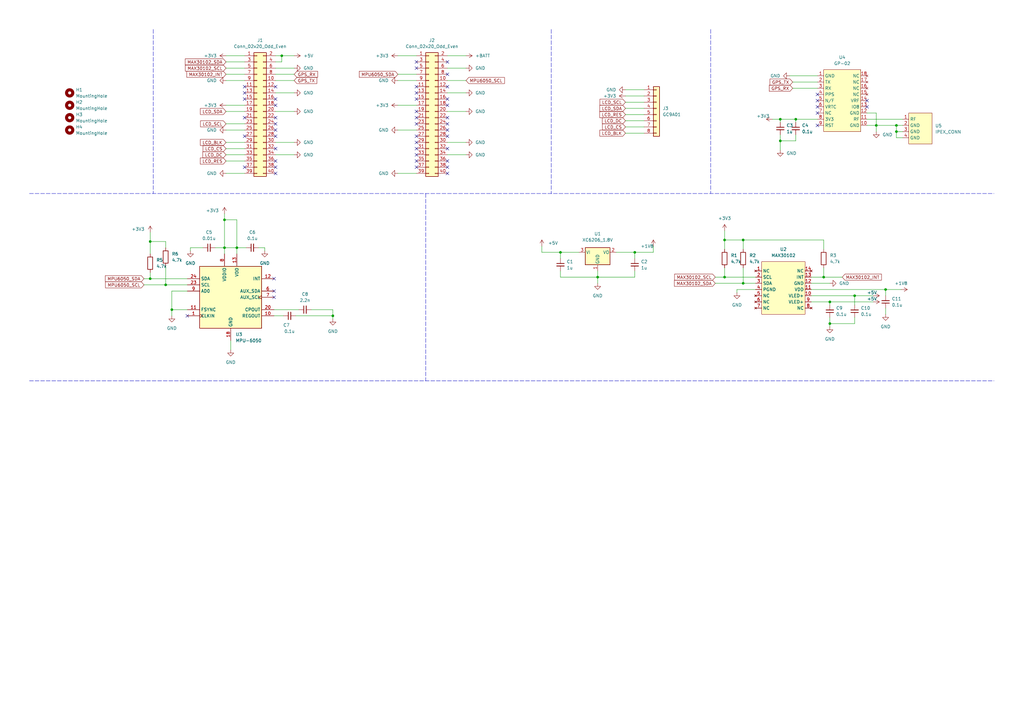
<source format=kicad_sch>
(kicad_sch (version 20211123) (generator eeschema)
  (paper "A3")
  (lib_symbols
    (symbol "Connector_Generic:Conn_01x08" (pin_names (offset 1.016) hide)
      (property "Reference" "J" (at 0 10.16 0))
      (property "Value" "Conn_01x08" (at 0 -12.7 0))
      (symbol "Conn_01x08_1_1"
        (rectangle (start -1.27 -10.033) (end 0 -10.287) (stroke (width 0.1524)))
        (rectangle (start -1.27 -7.493) (end 0 -7.747) (stroke (width 0.1524)))
        (rectangle (start -1.27 -4.953) (end 0 -5.207) (stroke (width 0.1524)))
        (rectangle (start -1.27 -2.413) (end 0 -2.667) (stroke (width 0.1524)))
        (rectangle (start -1.27 0.127) (end 0 -0.127) (stroke (width 0.1524)))
        (rectangle (start -1.27 2.667) (end 0 2.413) (stroke (width 0.1524)))
        (rectangle (start -1.27 5.207) (end 0 4.953) (stroke (width 0.1524)))
        (rectangle (start -1.27 7.747) (end 0 7.493) (stroke (width 0.1524)))
        (rectangle (start -1.27 8.89) (end 1.27 -11.43) (stroke (width 0.254)) (fill (type background)))
        (pin passive line (at -5.08 7.62 0) (length 3.81) (name "Pin_1") (number "1"))
        (pin passive line (at -5.08 5.08 0) (length 3.81) (name "Pin_2") (number "2"))
        (pin passive line (at -5.08 2.54 0) (length 3.81) (name "Pin_3") (number "3"))
        (pin passive line (at -5.08 0 0) (length 3.81) (name "Pin_4") (number "4"))
        (pin passive line (at -5.08 -2.54 0) (length 3.81) (name "Pin_5") (number "5"))
        (pin passive line (at -5.08 -5.08 0) (length 3.81) (name "Pin_6") (number "6"))
        (pin passive line (at -5.08 -7.62 0) (length 3.81) (name "Pin_7") (number "7"))
        (pin passive line (at -5.08 -10.16 0) (length 3.81) (name "Pin_8") (number "8"))
      )
    )
    (symbol "Connector_Generic:Conn_02x20_Odd_Even" (pin_names (offset 1.016) hide)
      (property "Reference" "J" (at 1.27 25.4 0))
      (property "Value" "Conn_02x20_Odd_Even" (at 1.27 -27.94 0))
      (symbol "Conn_02x20_Odd_Even_1_1"
        (rectangle (start -1.27 -25.273) (end 0 -25.527) (stroke (width 0.1524)))
        (rectangle (start -1.27 -22.733) (end 0 -22.987) (stroke (width 0.1524)))
        (rectangle (start -1.27 -20.193) (end 0 -20.447) (stroke (width 0.1524)))
        (rectangle (start -1.27 -17.653) (end 0 -17.907) (stroke (width 0.1524)))
        (rectangle (start -1.27 -15.113) (end 0 -15.367) (stroke (width 0.1524)))
        (rectangle (start -1.27 -12.573) (end 0 -12.827) (stroke (width 0.1524)))
        (rectangle (start -1.27 -10.033) (end 0 -10.287) (stroke (width 0.1524)))
        (rectangle (start -1.27 -7.493) (end 0 -7.747) (stroke (width 0.1524)))
        (rectangle (start -1.27 -4.953) (end 0 -5.207) (stroke (width 0.1524)))
        (rectangle (start -1.27 -2.413) (end 0 -2.667) (stroke (width 0.1524)))
        (rectangle (start -1.27 0.127) (end 0 -0.127) (stroke (width 0.1524)))
        (rectangle (start -1.27 2.667) (end 0 2.413) (stroke (width 0.1524)))
        (rectangle (start -1.27 5.207) (end 0 4.953) (stroke (width 0.1524)))
        (rectangle (start -1.27 7.747) (end 0 7.493) (stroke (width 0.1524)))
        (rectangle (start -1.27 10.287) (end 0 10.033) (stroke (width 0.1524)))
        (rectangle (start -1.27 12.827) (end 0 12.573) (stroke (width 0.1524)))
        (rectangle (start -1.27 15.367) (end 0 15.113) (stroke (width 0.1524)))
        (rectangle (start -1.27 17.907) (end 0 17.653) (stroke (width 0.1524)))
        (rectangle (start -1.27 20.447) (end 0 20.193) (stroke (width 0.1524)))
        (rectangle (start -1.27 22.987) (end 0 22.733) (stroke (width 0.1524)))
        (rectangle (start -1.27 24.13) (end 3.81 -26.67) (stroke (width 0.254)) (fill (type background)))
        (rectangle (start 3.81 -25.273) (end 2.54 -25.527) (stroke (width 0.1524)))
        (rectangle (start 3.81 -22.733) (end 2.54 -22.987) (stroke (width 0.1524)))
        (rectangle (start 3.81 -20.193) (end 2.54 -20.447) (stroke (width 0.1524)))
        (rectangle (start 3.81 -17.653) (end 2.54 -17.907) (stroke (width 0.1524)))
        (rectangle (start 3.81 -15.113) (end 2.54 -15.367) (stroke (width 0.1524)))
        (rectangle (start 3.81 -12.573) (end 2.54 -12.827) (stroke (width 0.1524)))
        (rectangle (start 3.81 -10.033) (end 2.54 -10.287) (stroke (width 0.1524)))
        (rectangle (start 3.81 -7.493) (end 2.54 -7.747) (stroke (width 0.1524)))
        (rectangle (start 3.81 -4.953) (end 2.54 -5.207) (stroke (width 0.1524)))
        (rectangle (start 3.81 -2.413) (end 2.54 -2.667) (stroke (width 0.1524)))
        (rectangle (start 3.81 0.127) (end 2.54 -0.127) (stroke (width 0.1524)))
        (rectangle (start 3.81 2.667) (end 2.54 2.413) (stroke (width 0.1524)))
        (rectangle (start 3.81 5.207) (end 2.54 4.953) (stroke (width 0.1524)))
        (rectangle (start 3.81 7.747) (end 2.54 7.493) (stroke (width 0.1524)))
        (rectangle (start 3.81 10.287) (end 2.54 10.033) (stroke (width 0.1524)))
        (rectangle (start 3.81 12.827) (end 2.54 12.573) (stroke (width 0.1524)))
        (rectangle (start 3.81 15.367) (end 2.54 15.113) (stroke (width 0.1524)))
        (rectangle (start 3.81 17.907) (end 2.54 17.653) (stroke (width 0.1524)))
        (rectangle (start 3.81 20.447) (end 2.54 20.193) (stroke (width 0.1524)))
        (rectangle (start 3.81 22.987) (end 2.54 22.733) (stroke (width 0.1524)))
        (pin passive line (at -5.08 22.86 0) (length 3.81) (name "Pin_1") (number "1"))
        (pin passive line (at 7.62 12.7 180) (length 3.81) (name "Pin_10") (number "10"))
        (pin passive line (at -5.08 10.16 0) (length 3.81) (name "Pin_11") (number "11"))
        (pin passive line (at 7.62 10.16 180) (length 3.81) (name "Pin_12") (number "12"))
        (pin passive line (at -5.08 7.62 0) (length 3.81) (name "Pin_13") (number "13"))
        (pin passive line (at 7.62 7.62 180) (length 3.81) (name "Pin_14") (number "14"))
        (pin passive line (at -5.08 5.08 0) (length 3.81) (name "Pin_15") (number "15"))
        (pin passive line (at 7.62 5.08 180) (length 3.81) (name "Pin_16") (number "16"))
        (pin passive line (at -5.08 2.54 0) (length 3.81) (name "Pin_17") (number "17"))
        (pin passive line (at 7.62 2.54 180) (length 3.81) (name "Pin_18") (number "18"))
        (pin passive line (at -5.08 0 0) (length 3.81) (name "Pin_19") (number "19"))
        (pin passive line (at 7.62 22.86 180) (length 3.81) (name "Pin_2") (number "2"))
        (pin passive line (at 7.62 0 180) (length 3.81) (name "Pin_20") (number "20"))
        (pin passive line (at -5.08 -2.54 0) (length 3.81) (name "Pin_21") (number "21"))
        (pin passive line (at 7.62 -2.54 180) (length 3.81) (name "Pin_22") (number "22"))
        (pin passive line (at -5.08 -5.08 0) (length 3.81) (name "Pin_23") (number "23"))
        (pin passive line (at 7.62 -5.08 180) (length 3.81) (name "Pin_24") (number "24"))
        (pin passive line (at -5.08 -7.62 0) (length 3.81) (name "Pin_25") (number "25"))
        (pin passive line (at 7.62 -7.62 180) (length 3.81) (name "Pin_26") (number "26"))
        (pin passive line (at -5.08 -10.16 0) (length 3.81) (name "Pin_27") (number "27"))
        (pin passive line (at 7.62 -10.16 180) (length 3.81) (name "Pin_28") (number "28"))
        (pin passive line (at -5.08 -12.7 0) (length 3.81) (name "Pin_29") (number "29"))
        (pin passive line (at -5.08 20.32 0) (length 3.81) (name "Pin_3") (number "3"))
        (pin passive line (at 7.62 -12.7 180) (length 3.81) (name "Pin_30") (number "30"))
        (pin passive line (at -5.08 -15.24 0) (length 3.81) (name "Pin_31") (number "31"))
        (pin passive line (at 7.62 -15.24 180) (length 3.81) (name "Pin_32") (number "32"))
        (pin passive line (at -5.08 -17.78 0) (length 3.81) (name "Pin_33") (number "33"))
        (pin passive line (at 7.62 -17.78 180) (length 3.81) (name "Pin_34") (number "34"))
        (pin passive line (at -5.08 -20.32 0) (length 3.81) (name "Pin_35") (number "35"))
        (pin passive line (at 7.62 -20.32 180) (length 3.81) (name "Pin_36") (number "36"))
        (pin passive line (at -5.08 -22.86 0) (length 3.81) (name "Pin_37") (number "37"))
        (pin passive line (at 7.62 -22.86 180) (length 3.81) (name "Pin_38") (number "38"))
        (pin passive line (at -5.08 -25.4 0) (length 3.81) (name "Pin_39") (number "39"))
        (pin passive line (at 7.62 20.32 180) (length 3.81) (name "Pin_4") (number "4"))
        (pin passive line (at 7.62 -25.4 180) (length 3.81) (name "Pin_40") (number "40"))
        (pin passive line (at -5.08 17.78 0) (length 3.81) (name "Pin_5") (number "5"))
        (pin passive line (at 7.62 17.78 180) (length 3.81) (name "Pin_6") (number "6"))
        (pin passive line (at -5.08 15.24 0) (length 3.81) (name "Pin_7") (number "7"))
        (pin passive line (at 7.62 15.24 180) (length 3.81) (name "Pin_8") (number "8"))
        (pin passive line (at -5.08 12.7 0) (length 3.81) (name "Pin_9") (number "9"))
      )
    )
    (symbol "Device:C_Small" (pin_numbers hide) (pin_names (offset 0.254) hide)
      (property "Reference" "C" (at 0.254 1.778 0))
      (property "Value" "C_Small" (at 0.254 -2.032 0))
      (symbol "C_Small_0_1"
        (polyline (pts (xy -1.524 -0.508) (xy 1.524 -0.508)) (stroke (width 0.3302)))
        (polyline (pts (xy -1.524 0.508) (xy 1.524 0.508)) (stroke (width 0.3048)))
      )
      (symbol "C_Small_1_1"
        (pin passive line (at 0 2.54 270) (length 2.032) (name "~") (number "1"))
        (pin passive line (at 0 -2.54 90) (length 2.032) (name "~") (number "2"))
      )
    )
    (symbol "Device:R" (pin_numbers hide) (pin_names (offset 0))
      (property "Reference" "R" (at 2.032 0 90))
      (property "Value" "R" (at 0 0 90))
      (symbol "R_0_1"
        (rectangle (start -1.016 -2.54) (end 1.016 2.54) (stroke (width 0.254)))
      )
      (symbol "R_1_1"
        (pin passive line (at 0 3.81 270) (length 1.27) (name "~") (number "1"))
        (pin passive line (at 0 -3.81 90) (length 1.27) (name "~") (number "2"))
      )
    )
    (symbol "Library:GP-02"
      (property "Reference" "U" (at -6.35 13.97 0))
      (property "Value" "GP-02" (at 0 13.97 0))
      (symbol "GP-02_0_0"
        (pin free line (at -10.16 10.16 0) (length 2.54) (name "GND") (number "1"))
        (pin free line (at 10.16 -10.16 180) (length 2.54) (name "GND") (number "10"))
        (pin free line (at 10.16 -7.62 180) (length 2.54) (name "RF") (number "11"))
        (pin free line (at 10.16 -5.08 180) (length 2.54) (name "GND") (number "12"))
        (pin free line (at 10.16 -2.54 180) (length 2.54) (name "IO8") (number "13"))
        (pin free line (at 10.16 0 180) (length 2.54) (name "VRF") (number "14"))
        (pin no_connect line (at 10.16 2.54 180) (length 2.54) (name "NC") (number "15"))
        (pin no_connect line (at 10.16 5.08 180) (length 2.54) (name "NC") (number "16"))
        (pin no_connect line (at 10.16 7.62 180) (length 2.54) (name "NC") (number "17"))
        (pin no_connect line (at 10.16 10.16 180) (length 2.54) (name "NC") (number "18"))
        (pin free line (at -10.16 7.62 0) (length 2.54) (name "TX") (number "2"))
        (pin free line (at -10.16 5.08 0) (length 2.54) (name "RX") (number "3"))
        (pin free line (at -10.16 2.54 0) (length 2.54) (name "PPS") (number "4"))
        (pin free line (at -10.16 0 0) (length 2.54) (name "N/F") (number "5"))
        (pin free line (at -10.16 -2.54 0) (length 2.54) (name "VRTC") (number "6"))
        (pin free line (at -10.16 -5.08 0) (length 2.54) (name "NC") (number "7"))
        (pin free line (at -10.16 -7.62 0) (length 2.54) (name "3V3") (number "8"))
        (pin free line (at -10.16 -10.16 0) (length 2.54) (name "RST") (number "9"))
      )
      (symbol "GP-02_0_1"
        (rectangle (start -7.62 12.7) (end 7.62 -12.7) (fill (type background)))
      )
    )
    (symbol "Library:IPEX_CONN"
      (property "Reference" "U" (at -0.635 8.255 0))
      (property "Value" "IPEX_CONN" (at -0.635 8.255 0))
      (symbol "IPEX_CONN_0_1"
        (rectangle (start -4.445 6.35) (end 5.08 -6.35) (fill (type background)))
      )
      (symbol "IPEX_CONN_1_1"
        (pin free line (at -6.985 3.81 0) (length 2.54) (name "RF") (number "1"))
        (pin free line (at -6.985 1.27 0) (length 2.54) (name "GND") (number "2"))
        (pin free line (at -6.985 -1.27 0) (length 2.54) (name "GND") (number "3"))
        (pin free line (at -6.985 -3.81 0) (length 2.54) (name "GND") (number "4"))
      )
    )
    (symbol "Library:MAX30102"
      (property "Reference" "U" (at 0 -10.16 0))
      (property "Value" "MAX30102" (at 0 8.89 0))
      (symbol "MAX30102_0_1"
        (rectangle (start -8.89 10.16) (end 8.89 -11.43) (fill (type background)))
      )
      (symbol "MAX30102_1_1"
        (pin no_connect line (at -11.43 6.35 0) (length 2.54) (name "NC") (number "1"))
        (pin free line (at 11.43 -3.81 180) (length 2.54) (name "VLED+") (number "10"))
        (pin free line (at 11.43 -1.27 180) (length 2.54) (name "VDD") (number "11"))
        (pin free line (at 11.43 1.27 180) (length 2.54) (name "GND") (number "12"))
        (pin free line (at 11.43 3.81 180) (length 2.54) (name "INT") (number "13"))
        (pin no_connect line (at 11.43 6.35 180) (length 2.54) (name "NC") (number "14"))
        (pin free line (at -11.43 3.81 0) (length 2.54) (name "SCL") (number "2"))
        (pin free line (at -11.43 1.27 0) (length 2.54) (name "SDA") (number "3"))
        (pin free line (at -11.43 -1.27 0) (length 2.54) (name "PGND") (number "4"))
        (pin no_connect line (at -11.43 -3.81 0) (length 2.54) (name "NC") (number "5"))
        (pin no_connect line (at -11.43 -6.35 0) (length 2.54) (name "NC") (number "6"))
        (pin no_connect line (at -11.43 -8.89 0) (length 2.54) (name "NC") (number "7"))
        (pin no_connect line (at 11.43 -8.89 180) (length 2.54) (name "NC") (number "8"))
        (pin free line (at 11.43 -6.35 180) (length 2.54) (name "VLED+") (number "9"))
      )
    )
    (symbol "Mechanical:MountingHole" (pin_names (offset 1.016))
      (property "Reference" "H" (at 0 5.08 0))
      (property "Value" "MountingHole" (at 0 3.175 0))
      (symbol "MountingHole_0_1"
        (circle (center 0 0) (radius 1.27) (stroke (width 1.27)))
      )
    )
    (symbol "Regulator_Linear:XC6206PxxxMR" (pin_names (offset 0.254))
      (property "Reference" "U" (at -3.81 3.175 0))
      (property "Value" "XC6206PxxxMR" (at 0 3.175 0))
      (symbol "XC6206PxxxMR_0_1"
        (rectangle (start -5.08 1.905) (end 5.08 -5.08) (stroke (width 0.254)) (fill (type background)))
      )
      (symbol "XC6206PxxxMR_1_1"
        (pin power_in line (at 0 -7.62 90) (length 2.54) (name "GND") (number "1"))
        (pin power_out line (at 7.62 0 180) (length 2.54) (name "VO") (number "2"))
        (pin power_in line (at -7.62 0 0) (length 2.54) (name "VI") (number "3"))
      )
    )
    (symbol "Sensor_Motion:MPU-6050"
      (property "Reference" "U" (at -11.43 13.97 0))
      (property "Value" "MPU-6050" (at 7.62 -13.97 0))
      (symbol "MPU-6050_0_1"
        (rectangle (start -12.7 12.7) (end 12.7 -12.7) (stroke (width 0.254)) (fill (type background)))
      )
      (symbol "MPU-6050_1_1"
        (pin input clock (at -17.78 -7.62 0) (length 5.08) (name "CLKIN") (number "1"))
        (pin passive line (at 17.78 -7.62 180) (length 5.08) (name "REGOUT") (number "10"))
        (pin input line (at -17.78 -5.08 0) (length 5.08) (name "FSYNC") (number "11"))
        (pin output line (at 17.78 7.62 180) (length 5.08) (name "INT") (number "12"))
        (pin power_in line (at 2.54 17.78 270) (length 5.08) (name "VDD") (number "13"))
        (pin power_in line (at 0 -17.78 90) (length 5.08) (name "GND") (number "18"))
        (pin passive line (at 17.78 -5.08 180) (length 5.08) (name "CPOUT") (number "20"))
        (pin input line (at -17.78 5.08 0) (length 5.08) (name "SCL") (number "23"))
        (pin bidirectional line (at -17.78 7.62 0) (length 5.08) (name "SDA") (number "24"))
        (pin bidirectional line (at 17.78 2.54 180) (length 5.08) (name "AUX_SDA") (number "6"))
        (pin output clock (at 17.78 0 180) (length 5.08) (name "AUX_SCL") (number "7"))
        (pin power_in line (at -2.54 17.78 270) (length 5.08) (name "VDDIO") (number "8"))
        (pin input line (at -17.78 2.54 0) (length 5.08) (name "AD0") (number "9"))
      )
    )
    (symbol "power:+1V8" (power) (pin_names (offset 0))
      (property "Value" "+1V8" (at 0 3.556 0))
      (symbol "+1V8_0_1"
        (polyline (pts (xy -0.762 1.27) (xy 0 2.54)))
        (polyline (pts (xy 0 0) (xy 0 2.54)))
        (polyline (pts (xy 0 2.54) (xy 0.762 1.27)))
      )
      (symbol "+1V8_1_1"
        (pin power_in line (at 0 0 90) (length 0) hide (name "+1V8") (number "1"))
      )
    )
    (symbol "power:+3.3V" (power) (pin_names (offset 0))
      (property "Value" "+3.3V" (at 0 3.556 0))
      (symbol "+3.3V_0_1"
        (polyline (pts (xy -0.762 1.27) (xy 0 2.54)))
        (polyline (pts (xy 0 0) (xy 0 2.54)))
        (polyline (pts (xy 0 2.54) (xy 0.762 1.27)))
      )
      (symbol "+3.3V_1_1"
        (pin power_in line (at 0 0 90) (length 0) hide (name "+3V3") (number "1"))
      )
    )
    (symbol "power:+3V3" (power) (pin_names (offset 0))
      (property "Value" "+3V3" (at 0 3.556 0))
      (symbol "+3V3_0_1"
        (polyline (pts (xy -0.762 1.27) (xy 0 2.54)))
        (polyline (pts (xy 0 0) (xy 0 2.54)))
        (polyline (pts (xy 0 2.54) (xy 0.762 1.27)))
      )
      (symbol "+3V3_1_1"
        (pin power_in line (at 0 0 90) (length 0) hide (name "+3V3") (number "1"))
      )
    )
    (symbol "power:+5V" (power) (pin_names (offset 0))
      (property "Value" "+5V" (at 0 3.556 0))
      (symbol "+5V_0_1"
        (polyline (pts (xy -0.762 1.27) (xy 0 2.54)))
        (polyline (pts (xy 0 0) (xy 0 2.54)))
        (polyline (pts (xy 0 2.54) (xy 0.762 1.27)))
      )
      (symbol "+5V_1_1"
        (pin power_in line (at 0 0 90) (length 0) hide (name "+5V") (number "1"))
      )
    )
    (symbol "power:+BATT" (power) (pin_names (offset 0))
      (property "Value" "+BATT" (at 0 3.556 0))
      (symbol "+BATT_0_1"
        (polyline (pts (xy -0.762 1.27) (xy 0 2.54)))
        (polyline (pts (xy 0 0) (xy 0 2.54)))
        (polyline (pts (xy 0 2.54) (xy 0.762 1.27)))
      )
      (symbol "+BATT_1_1"
        (pin power_in line (at 0 0 90) (length 0) hide (name "+BATT") (number "1"))
      )
    )
    (symbol "power:GND" (power) (pin_names (offset 0))
      (property "Value" "GND" (at 0 -3.81 0))
      (symbol "GND_0_1"
        (polyline (pts (xy 0 0) (xy 0 -1.27) (xy 1.27 -1.27) (xy 0 -2.54) (xy -1.27 -1.27) (xy 0 -1.27)))
      )
      (symbol "GND_1_1"
        (pin power_in line (at 0 0 270) (length 0) hide (name "GND") (number "1"))
      )
    )
  )
  (junction (at 340.36 132.715))
  (junction (at 70.485 127))
  (junction (at 326.39 48.895))
  (junction (at 340.36 123.825))
  (junction (at 97.155 101.6))
  (junction (at 67.945 116.84))
  (junction (at 136.525 129.54))
  (junction (at 304.8 98.425))
  (junction (at 245.11 113.665))
  (junction (at 304.8 116.205))
  (junction (at 359.41 51.435))
  (junction (at 337.82 113.665))
  (junction (at 367.665 51.435))
  (junction (at 92.075 101.6))
  (junction (at 297.18 113.665))
  (junction (at 115.57 22.86))
  (junction (at 92.075 90.17))
  (junction (at 320.04 57.785))
  (junction (at 350.52 121.285))
  (junction (at 297.18 98.425))
  (junction (at 363.22 118.745))
  (junction (at 260.35 103.505))
  (junction (at 229.87 103.505))
  (junction (at 61.595 114.3))
  (junction (at 61.595 99.06))
  (junction (at 320.04 48.895))
  (junction (at 367.665 53.975))
  (no_connect (at 335.28 41.275))
  (no_connect (at 113.03 66.04))
  (no_connect (at 170.815 66.04))
  (no_connect (at 170.815 35.56))
  (no_connect (at 113.03 40.64))
  (no_connect (at 113.03 43.18))
  (no_connect (at 170.815 38.1))
  (no_connect (at 100.33 68.58))
  (no_connect (at 355.6 43.815))
  (no_connect (at 100.33 38.1))
  (no_connect (at 113.03 48.26))
  (no_connect (at 100.33 40.64))
  (no_connect (at 335.28 43.815))
  (no_connect (at 183.515 40.64))
  (no_connect (at 183.515 43.18))
  (no_connect (at 183.515 50.8))
  (no_connect (at 183.515 60.96))
  (no_connect (at 170.815 58.42))
  (no_connect (at 355.6 41.275))
  (no_connect (at 183.515 53.34))
  (no_connect (at 113.03 60.96))
  (no_connect (at 100.33 48.26))
  (no_connect (at 170.815 25.4))
  (no_connect (at 113.03 55.88))
  (no_connect (at 112.395 119.38))
  (no_connect (at 112.395 121.92))
  (no_connect (at 183.515 35.56))
  (no_connect (at 170.815 68.58))
  (no_connect (at 113.03 53.34))
  (no_connect (at 113.03 71.12))
  (no_connect (at 183.515 66.04))
  (no_connect (at 100.33 35.56))
  (no_connect (at 335.28 51.435))
  (no_connect (at 170.815 50.8))
  (no_connect (at 76.835 129.54))
  (no_connect (at 170.815 45.72))
  (no_connect (at 113.03 35.56))
  (no_connect (at 335.28 46.355))
  (no_connect (at 183.515 71.12))
  (no_connect (at 183.515 68.58))
  (no_connect (at 335.28 38.735))
  (no_connect (at 183.515 25.4))
  (no_connect (at 183.515 55.88))
  (no_connect (at 170.815 55.88))
  (no_connect (at 183.515 48.26))
  (no_connect (at 170.815 48.26))
  (no_connect (at 183.515 30.48))
  (no_connect (at 170.815 60.96))
  (no_connect (at 112.395 114.3))
  (no_connect (at 170.815 40.64))
  (no_connect (at 170.815 27.94))
  (no_connect (at 113.03 68.58))
  (no_connect (at 100.33 55.88))
  (no_connect (at 113.03 50.8))
  (no_connect (at 170.815 63.5))
  (wire (pts (xy 293.37 113.665) (xy 297.18 113.665)))
  (wire (pts (xy 350.52 132.715) (xy 340.36 132.715)))
  (wire (pts (xy 363.22 126.365) (xy 363.22 128.905)))
  (wire (pts (xy 92.075 101.6) (xy 92.075 104.14)))
  (wire (pts (xy 113.03 38.1) (xy 120.65 38.1)))
  (wire (pts (xy 113.03 45.72) (xy 120.65 45.72)))
  (wire (pts (xy 183.515 45.72) (xy 191.135 45.72)))
  (wire (pts (xy 113.03 58.42) (xy 120.65 58.42)))
  (wire (pts (xy 367.665 56.515) (xy 367.665 53.975)))
  (wire (pts (xy 92.71 58.42) (xy 100.33 58.42)))
  (wire (pts (xy 267.97 100.965) (xy 267.97 103.505)))
  (wire (pts (xy 370.205 56.515) (xy 367.665 56.515)))
  (wire (pts (xy 163.195 71.12) (xy 170.815 71.12)))
  (wire (pts (xy 183.515 33.02) (xy 191.135 33.02)))
  (wire (pts (xy 256.54 49.53) (xy 264.16 49.53)))
  (wire (pts (xy 92.71 27.94) (xy 100.33 27.94)))
  (wire (pts (xy 92.71 43.18) (xy 100.33 43.18)))
  (wire (pts (xy 97.155 101.6) (xy 92.075 101.6)))
  (wire (pts (xy 92.71 60.96) (xy 100.33 60.96)))
  (wire (pts (xy 121.285 129.54) (xy 136.525 129.54)))
  (wire (pts (xy 237.49 103.505) (xy 229.87 103.505)))
  (wire (pts (xy 363.22 118.745) (xy 363.22 121.285)))
  (wire (pts (xy 92.71 50.8) (xy 100.33 50.8)))
  (wire (pts (xy 304.8 102.235) (xy 304.8 98.425)))
  (wire (pts (xy 113.03 33.02) (xy 120.65 33.02)))
  (wire (pts (xy 76.835 119.38) (xy 70.485 119.38)))
  (wire (pts (xy 229.87 103.505) (xy 229.87 106.045)))
  (wire (pts (xy 163.195 53.34) (xy 170.815 53.34)))
  (wire (pts (xy 97.155 90.17) (xy 92.075 90.17)))
  (wire (pts (xy 113.03 27.94) (xy 120.65 27.94)))
  (wire (pts (xy 320.04 48.895) (xy 326.39 48.895)))
  (wire (pts (xy 115.57 25.4) (xy 115.57 22.86)))
  (polyline (pts (xy 226.06 12.065) (xy 226.06 79.375)))
  (wire (pts (xy 245.11 113.665) (xy 245.11 116.205)))
  (wire (pts (xy 92.71 33.02) (xy 100.33 33.02)))
  (wire (pts (xy 78.105 101.6) (xy 78.105 102.87)))
  (wire (pts (xy 94.615 139.7) (xy 94.615 143.51)))
  (wire (pts (xy 59.055 114.3) (xy 61.595 114.3)))
  (wire (pts (xy 245.11 113.665) (xy 260.35 113.665)))
  (wire (pts (xy 337.82 102.235) (xy 337.82 98.425)))
  (wire (pts (xy 320.04 57.785) (xy 320.04 61.595)))
  (wire (pts (xy 92.71 63.5) (xy 100.33 63.5)))
  (wire (pts (xy 67.945 109.22) (xy 67.945 116.84)))
  (wire (pts (xy 92.71 30.48) (xy 100.33 30.48)))
  (wire (pts (xy 70.485 119.38) (xy 70.485 127)))
  (wire (pts (xy 340.36 123.825) (xy 340.36 125.095)))
  (wire (pts (xy 113.03 30.48) (xy 120.65 30.48)))
  (wire (pts (xy 350.52 121.285) (xy 358.14 121.285)))
  (polyline (pts (xy 291.465 12.065) (xy 291.465 79.375)))
  (wire (pts (xy 332.74 113.665) (xy 337.82 113.665)))
  (wire (pts (xy 256.54 39.37) (xy 264.16 39.37)))
  (wire (pts (xy 183.515 27.94) (xy 191.135 27.94)))
  (wire (pts (xy 113.03 63.5) (xy 120.65 63.5)))
  (wire (pts (xy 92.71 53.34) (xy 100.33 53.34)))
  (wire (pts (xy 355.6 46.355) (xy 359.41 46.355)))
  (wire (pts (xy 309.88 118.745) (xy 302.26 118.745)))
  (wire (pts (xy 350.52 121.285) (xy 350.52 125.095)))
  (polyline (pts (xy 12.065 79.375) (xy 407.67 79.375)))
  (wire (pts (xy 183.515 22.86) (xy 191.135 22.86)))
  (wire (pts (xy 97.155 104.14) (xy 97.155 101.6)))
  (wire (pts (xy 163.195 43.18) (xy 170.815 43.18)))
  (wire (pts (xy 304.8 98.425) (xy 297.18 98.425)))
  (wire (pts (xy 92.075 87.63) (xy 92.075 90.17)))
  (wire (pts (xy 337.82 113.665) (xy 337.82 109.855)))
  (wire (pts (xy 61.595 95.25) (xy 61.595 99.06)))
  (wire (pts (xy 326.39 57.785) (xy 320.04 57.785)))
  (wire (pts (xy 92.075 90.17) (xy 92.075 101.6)))
  (wire (pts (xy 316.865 48.895) (xy 320.04 48.895)))
  (wire (pts (xy 350.52 130.175) (xy 350.52 132.715)))
  (wire (pts (xy 163.195 33.02) (xy 170.815 33.02)))
  (wire (pts (xy 115.57 22.86) (xy 120.65 22.86)))
  (wire (pts (xy 370.205 53.975) (xy 367.665 53.975)))
  (wire (pts (xy 112.395 127) (xy 122.555 127)))
  (wire (pts (xy 92.71 66.04) (xy 100.33 66.04)))
  (wire (pts (xy 252.73 103.505) (xy 260.35 103.505)))
  (wire (pts (xy 92.71 71.12) (xy 100.33 71.12)))
  (wire (pts (xy 297.18 113.665) (xy 309.88 113.665)))
  (wire (pts (xy 256.54 54.61) (xy 264.16 54.61)))
  (wire (pts (xy 337.82 113.665) (xy 345.44 113.665)))
  (wire (pts (xy 326.39 48.895) (xy 335.28 48.895)))
  (wire (pts (xy 256.54 52.07) (xy 264.16 52.07)))
  (wire (pts (xy 108.585 102.87) (xy 108.585 101.6)))
  (wire (pts (xy 67.945 116.84) (xy 76.835 116.84)))
  (wire (pts (xy 70.485 127) (xy 70.485 129.54)))
  (wire (pts (xy 256.54 46.99) (xy 264.16 46.99)))
  (wire (pts (xy 320.04 48.895) (xy 320.04 50.165)))
  (wire (pts (xy 83.185 101.6) (xy 78.105 101.6)))
  (wire (pts (xy 340.36 132.715) (xy 340.36 133.985)))
  (wire (pts (xy 340.36 123.825) (xy 358.14 123.825)))
  (wire (pts (xy 323.85 31.115) (xy 335.28 31.115)))
  (wire (pts (xy 332.74 121.285) (xy 350.52 121.285)))
  (wire (pts (xy 97.155 101.6) (xy 97.155 90.17)))
  (wire (pts (xy 222.25 103.505) (xy 229.87 103.505)))
  (wire (pts (xy 113.03 25.4) (xy 115.57 25.4)))
  (wire (pts (xy 325.12 36.195) (xy 335.28 36.195)))
  (wire (pts (xy 359.41 51.435) (xy 367.665 51.435)))
  (wire (pts (xy 61.595 99.06) (xy 61.595 104.14)))
  (wire (pts (xy 340.36 130.175) (xy 340.36 132.715)))
  (wire (pts (xy 183.515 38.1) (xy 191.135 38.1)))
  (wire (pts (xy 337.82 98.425) (xy 304.8 98.425)))
  (wire (pts (xy 359.41 46.355) (xy 359.41 51.435)))
  (wire (pts (xy 260.35 103.505) (xy 260.35 106.045)))
  (wire (pts (xy 304.8 109.855) (xy 304.8 116.205)))
  (wire (pts (xy 326.39 55.245) (xy 326.39 57.785)))
  (wire (pts (xy 136.525 127) (xy 136.525 129.54)))
  (wire (pts (xy 359.41 51.435) (xy 359.41 53.975)))
  (polyline (pts (xy 174.625 79.375) (xy 174.625 156.21)))
  (wire (pts (xy 163.195 30.48) (xy 170.815 30.48)))
  (wire (pts (xy 367.665 53.975) (xy 367.665 51.435)))
  (polyline (pts (xy 62.865 12.065) (xy 62.865 79.375)))
  (wire (pts (xy 59.055 116.84) (xy 67.945 116.84)))
  (wire (pts (xy 183.515 58.42) (xy 191.135 58.42)))
  (wire (pts (xy 332.74 123.825) (xy 340.36 123.825)))
  (wire (pts (xy 302.26 118.745) (xy 302.26 120.015)))
  (wire (pts (xy 332.74 116.205) (xy 340.36 116.205)))
  (wire (pts (xy 297.18 94.615) (xy 297.18 98.425)))
  (wire (pts (xy 61.595 114.3) (xy 76.835 114.3)))
  (wire (pts (xy 136.525 129.54) (xy 136.525 130.81)))
  (wire (pts (xy 325.12 33.655) (xy 335.28 33.655)))
  (wire (pts (xy 245.11 111.125) (xy 245.11 113.665)))
  (wire (pts (xy 256.54 36.83) (xy 264.16 36.83)))
  (wire (pts (xy 70.485 127) (xy 76.835 127)))
  (wire (pts (xy 229.87 113.665) (xy 229.87 111.125)))
  (wire (pts (xy 108.585 101.6) (xy 106.045 101.6)))
  (wire (pts (xy 67.945 101.6) (xy 67.945 99.06)))
  (wire (pts (xy 92.71 45.72) (xy 100.33 45.72)))
  (wire (pts (xy 326.39 48.895) (xy 326.39 50.165)))
  (wire (pts (xy 367.665 51.435) (xy 370.205 51.435)))
  (wire (pts (xy 97.155 101.6) (xy 100.965 101.6)))
  (wire (pts (xy 113.03 22.86) (xy 115.57 22.86)))
  (wire (pts (xy 183.515 63.5) (xy 191.135 63.5)))
  (wire (pts (xy 260.35 103.505) (xy 267.97 103.505)))
  (wire (pts (xy 304.8 116.205) (xy 309.88 116.205)))
  (wire (pts (xy 67.945 99.06) (xy 61.595 99.06)))
  (wire (pts (xy 245.11 113.665) (xy 229.87 113.665)))
  (wire (pts (xy 92.71 22.86) (xy 100.33 22.86)))
  (wire (pts (xy 355.6 48.895) (xy 370.205 48.895)))
  (wire (pts (xy 256.54 44.45) (xy 264.16 44.45)))
  (wire (pts (xy 127.635 127) (xy 136.525 127)))
  (wire (pts (xy 163.195 22.86) (xy 170.815 22.86)))
  (wire (pts (xy 297.18 109.855) (xy 297.18 113.665)))
  (wire (pts (xy 92.71 25.4) (xy 100.33 25.4)))
  (wire (pts (xy 355.6 51.435) (xy 359.41 51.435)))
  (wire (pts (xy 363.22 118.745) (xy 369.57 118.745)))
  (polyline (pts (xy 12.065 156.21) (xy 407.67 156.21)))
  (wire (pts (xy 297.18 98.425) (xy 297.18 102.235)))
  (wire (pts (xy 256.54 41.91) (xy 264.16 41.91)))
  (wire (pts (xy 61.595 111.76) (xy 61.595 114.3)))
  (wire (pts (xy 260.35 113.665) (xy 260.35 111.125)))
  (wire (pts (xy 293.37 116.205) (xy 304.8 116.205)))
  (wire (pts (xy 320.04 55.245) (xy 320.04 57.785)))
  (wire (pts (xy 222.25 103.505) (xy 222.25 100.965)))
  (wire (pts (xy 332.74 118.745) (xy 363.22 118.745)))
  (wire (pts (xy 112.395 129.54) (xy 116.205 129.54)))
  (wire (pts (xy 88.265 101.6) (xy 92.075 101.6)))
  (global_label "MPU6050_SCL" (shape input) (at 59.055 116.84 180) (property "Intersheet References" "${INTERSHEET_REFS}" (effects hide)))
  (global_label "LCD_DC" (shape input) (at 256.54 49.53 180) (property "Intersheet References" "${INTERSHEET_REFS}" (effects hide)))
  (global_label "MAX30102_INT" (shape input) (at 345.44 113.665 0) (property "Intersheet References" "${INTERSHEET_REFS}" (effects hide)))
  (global_label "GPS_TX" (shape input) (at 325.12 33.655 180) (property "Intersheet References" "${INTERSHEET_REFS}" (effects hide)))
  (global_label "MAX30102_INT" (shape input) (at 92.71 30.48 180) (property "Intersheet References" "${INTERSHEET_REFS}" (effects hide)))
  (global_label "MAX30102_SDA" (shape input) (at 293.37 116.205 180) (property "Intersheet References" "${INTERSHEET_REFS}" (effects hide)))
  (global_label "LCD_RES" (shape input) (at 256.54 46.99 180) (property "Intersheet References" "${INTERSHEET_REFS}" (effects hide)))
  (global_label "MPU6050_SDA" (shape input) (at 59.055 114.3 180) (property "Intersheet References" "${INTERSHEET_REFS}" (effects hide)))
  (global_label "MAX30102_SCL" (shape input) (at 293.37 113.665 180) (property "Intersheet References" "${INTERSHEET_REFS}" (effects hide)))
  (global_label "LCD_SCL" (shape input) (at 92.71 50.8 180) (property "Intersheet References" "${INTERSHEET_REFS}" (effects hide)))
  (global_label "LCD_RES" (shape input) (at 92.71 66.04 180) (property "Intersheet References" "${INTERSHEET_REFS}" (effects hide)))
  (global_label "LCD_BLK" (shape input) (at 256.54 54.61 180) (property "Intersheet References" "${INTERSHEET_REFS}" (effects hide)))
  (global_label "GPS_TX" (shape input) (at 120.65 33.02 0) (property "Intersheet References" "${INTERSHEET_REFS}" (effects hide)))
  (global_label "LCD_BLK" (shape input) (at 92.71 58.42 180) (property "Intersheet References" "${INTERSHEET_REFS}" (effects hide)))
  (global_label "LCD_CS" (shape input) (at 92.71 60.96 180) (property "Intersheet References" "${INTERSHEET_REFS}" (effects hide)))
  (global_label "LCD_SDA" (shape input) (at 256.54 44.45 180) (property "Intersheet References" "${INTERSHEET_REFS}" (effects hide)))
  (global_label "MPU6050_SCL" (shape input) (at 191.135 33.02 0) (property "Intersheet References" "${INTERSHEET_REFS}" (effects hide)))
  (global_label "GPS_RX" (shape input) (at 120.65 30.48 0) (property "Intersheet References" "${INTERSHEET_REFS}" (effects hide)))
  (global_label "LCD_SCL" (shape input) (at 256.54 41.91 180) (property "Intersheet References" "${INTERSHEET_REFS}" (effects hide)))
  (global_label "LCD_DC" (shape input) (at 92.71 63.5 180) (property "Intersheet References" "${INTERSHEET_REFS}" (effects hide)))
  (global_label "MAX30102_SCL" (shape input) (at 92.71 27.94 180) (property "Intersheet References" "${INTERSHEET_REFS}" (effects hide)))
  (global_label "LCD_CS" (shape input) (at 256.54 52.07 180) (property "Intersheet References" "${INTERSHEET_REFS}" (effects hide)))
  (global_label "GPS_RX" (shape input) (at 325.12 36.195 180) (property "Intersheet References" "${INTERSHEET_REFS}" (effects hide)))
  (global_label "LCD_SDA" (shape input) (at 92.71 45.72 180) (property "Intersheet References" "${INTERSHEET_REFS}" (effects hide)))
  (global_label "MAX30102_SDA" (shape input) (at 92.71 25.4 180) (property "Intersheet References" "${INTERSHEET_REFS}" (effects hide)))
  (global_label "MPU6050_SDA" (shape input) (at 163.195 30.48 180) (property "Intersheet References" "${INTERSHEET_REFS}" (effects hide)))
  (symbol (lib_id "power:GND") (at 108.585 102.87 0) (unit 1)
    (property "Reference" "#PWR036" (effects hide))
    (property "Value" "GND" (at 108.585 107.95 0))
  )
  (symbol (lib_id "power:+3.3V") (at 163.195 22.86 90) (unit 1)
    (property "Reference" "#PWR021" (effects hide))
    (property "Value" "+3.3V" (at 159.385 22.8599 90) (effects (justify left)))
  )
  (symbol (lib_id "power:+3.3V") (at 92.075 87.63 0) (unit 1)
    (property "Reference" "#PWR034" (effects hide))
    (property "Value" "+3.3V" (at 84.455 86.36 0) (effects (justify left)))
  )
  (symbol (lib_id "Mechanical:MountingHole") (at 28.575 43.18 0) (unit 1)
    (property "Reference" "H2" (at 31.115 41.9099 0) (effects (justify left)))
    (property "Value" "MountingHole" (at 31.115 44.4499 0) (effects (justify left)))
    (property "Footprint" "Library:TH_RASP_HAT" (effects hide))
  )
  (symbol (lib_id "power:+5V") (at 358.14 121.285 270) (unit 1)
    (property "Reference" "#PWR042" (effects hide))
    (property "Value" "+5V" (at 355.6 120.015 90) (effects (justify left)))
  )
  (symbol (lib_id "Device:C_Small") (at 85.725 101.6 90) (unit 1)
    (property "Reference" "C5" (at 85.7313 95.25 90))
    (property "Value" "0.01u" (at 85.7313 97.79 90))
    (property "Footprint" "Capacitor_SMD:C_0603_1608Metric" (effects hide))
  )
  (symbol (lib_id "power:GND") (at 191.135 27.94 90) (unit 1)
    (property "Reference" "#PWR029" (effects hide))
    (property "Value" "GND" (at 194.945 27.9399 90) (effects (justify right)))
  )
  (symbol (lib_id "Device:C_Small") (at 229.87 108.585 0) (unit 1)
    (property "Reference" "C1" (at 232.41 107.3212 0) (effects (justify left)))
    (property "Value" "1u" (at 232.41 109.8612 0) (effects (justify left)))
    (property "Footprint" "Capacitor_SMD:C_0603_1608Metric" (effects hide))
  )
  (symbol (lib_id "power:GND") (at 245.11 116.205 0) (unit 1)
    (property "Reference" "#PWR02" (effects hide))
    (property "Value" "GND" (at 245.11 121.285 0))
  )
  (symbol (lib_id "power:GND") (at 302.26 120.015 0) (unit 1)
    (property "Reference" "#PWR05" (effects hide))
    (property "Value" "GND" (at 302.26 125.095 0))
  )
  (symbol (lib_id "power:+5V") (at 120.65 22.86 270) (unit 1)
    (property "Reference" "#PWR014" (effects hide))
    (property "Value" "+5V" (at 124.46 22.8599 90) (effects (justify left)))
  )
  (symbol (lib_id "power:GND") (at 70.485 129.54 0) (unit 1)
    (property "Reference" "#PWR026" (effects hide))
    (property "Value" "GND" (at 70.485 134.62 0))
  )
  (symbol (lib_id "power:+3.3V") (at 61.595 95.25 0) (unit 1)
    (property "Reference" "#PWR020" (effects hide))
    (property "Value" "+3.3V" (at 53.975 93.98 0) (effects (justify left)))
  )
  (symbol (lib_id "power:GND") (at 120.65 45.72 90) (unit 1)
    (property "Reference" "#PWR017" (effects hide))
    (property "Value" "GND" (at 124.46 45.7199 90) (effects (justify right)))
  )
  (symbol (lib_id "power:GND") (at 320.04 61.595 0) (unit 1)
    (property "Reference" "#PWR012" (effects hide))
    (property "Value" "GND" (at 322.58 62.8649 0) (effects (justify left)))
  )
  (symbol (lib_id "power:GND") (at 323.85 31.115 270) (unit 1)
    (property "Reference" "#PWR013" (effects hide))
    (property "Value" "GND" (at 320.04 31.1149 90) (effects (justify right)))
  )
  (symbol (lib_id "power:+5V") (at 222.25 100.965 0) (unit 1)
    (property "Reference" "#PWR01" (effects hide))
    (property "Value" "+5V" (at 224.79 99.6949 0) (effects (justify left)))
  )
  (symbol (lib_id "power:GND") (at 191.135 63.5 90) (unit 1)
    (property "Reference" "#PWR033" (effects hide))
    (property "Value" "GND" (at 194.945 63.4999 90) (effects (justify right)))
  )
  (symbol (lib_id "power:+3V3") (at 316.865 48.895 90) (unit 1)
    (property "Reference" "#PWR06" (effects hide))
    (property "Value" "+3V3" (at 315.595 47.625 90) (effects (justify left)))
  )
  (symbol (lib_id "Device:C_Small") (at 326.39 52.705 0) (unit 1)
    (property "Reference" "C4" (at 328.93 51.4412 0) (effects (justify left)))
    (property "Value" "0.1u" (at 328.93 53.9812 0) (effects (justify left)))
    (property "Footprint" "Capacitor_SMD:C_0603_1608Metric" (effects hide))
  )
  (symbol (lib_id "Connector_Generic:Conn_01x08") (at 269.24 44.45 0) (unit 1)
    (property "Reference" "J3" (at 271.78 44.4499 0) (effects (justify left)))
    (property "Value" "GC9A01" (at 271.78 46.9899 0) (effects (justify left)))
    (property "Footprint" "Connector_PinSocket_2.54mm:PinSocket_1x08_P2.54mm_Vertical" (effects hide))
  )
  (symbol (lib_id "Connector_Generic:Conn_02x20_Odd_Even") (at 105.41 45.72 0) (unit 1)
    (property "Reference" "J1" (at 106.68 16.51 0))
    (property "Value" "Conn_02x20_Odd_Even" (at 106.68 19.05 0))
    (property "Footprint" "Connector_PinHeader_2.54mm:PinHeader_2x20_P2.54mm_Vertical" (effects hide))
  )
  (symbol (lib_id "power:GND") (at 363.22 128.905 0) (unit 1)
    (property "Reference" "#PWR045" (effects hide))
    (property "Value" "GND" (at 363.22 133.985 0))
  )
  (symbol (lib_id "power:GND") (at 359.41 53.975 0) (unit 1)
    (property "Reference" "#PWR044" (effects hide))
    (property "Value" "GND" (at 361.95 55.2449 0) (effects (justify left)))
  )
  (symbol (lib_id "Device:C_Small") (at 118.745 129.54 90) (unit 1)
    (property "Reference" "C7" (at 117.475 133.35 90))
    (property "Value" "0.1u" (at 118.745 135.89 90))
    (property "Footprint" "Capacitor_SMD:C_0603_1608Metric" (effects hide))
  )
  (symbol (lib_id "Mechanical:MountingHole") (at 28.575 53.34 0) (unit 1)
    (property "Reference" "H4" (at 31.115 52.0699 0) (effects (justify left)))
    (property "Value" "MountingHole" (at 31.115 54.6099 0) (effects (justify left)))
    (property "Footprint" "Library:TH_RASP_HAT" (effects hide))
  )
  (symbol (lib_id "power:GND") (at 163.195 33.02 270) (unit 1)
    (property "Reference" "#PWR022" (effects hide))
    (property "Value" "GND" (at 159.385 33.0199 90) (effects (justify right)))
  )
  (symbol (lib_id "power:+5V") (at 358.14 123.825 270) (unit 1)
    (property "Reference" "#PWR043" (effects hide))
    (property "Value" "+5V" (at 355.6 122.555 90) (effects (justify left)))
  )
  (symbol (lib_id "Device:R") (at 297.18 106.045 0) (unit 1)
    (property "Reference" "R1" (at 299.72 104.7749 0) (effects (justify left)))
    (property "Value" "4.7k" (at 299.72 107.3149 0) (effects (justify left)))
    (property "Footprint" "Resistor_SMD:R_0603_1608Metric" (effects hide))
  )
  (symbol (lib_id "power:GND") (at 120.65 38.1 90) (unit 1)
    (property "Reference" "#PWR016" (effects hide))
    (property "Value" "GND" (at 124.46 38.0999 90) (effects (justify right)))
  )
  (symbol (lib_id "Device:R") (at 67.945 105.41 0) (unit 1)
    (property "Reference" "R6" (at 70.485 104.1399 0) (effects (justify left)))
    (property "Value" "4.7k" (at 70.485 106.6799 0) (effects (justify left)))
    (property "Footprint" "Resistor_SMD:R_0603_1608Metric" (effects hide))
  )
  (symbol (lib_id "Device:C_Small") (at 320.04 52.705 0) (unit 1)
    (property "Reference" "C3" (at 322.58 51.4412 0) (effects (justify left)))
    (property "Value" "1u" (at 322.58 53.9812 0) (effects (justify left)))
    (property "Footprint" "Capacitor_SMD:C_0603_1608Metric" (effects hide))
  )
  (symbol (lib_id "Library:GP-02") (at 345.44 41.275 0) (unit 1)
    (property "Reference" "U4" (at 345.44 23.495 0))
    (property "Value" "GP-02" (at 345.44 26.035 0))
    (property "Footprint" "Library:GP-02" (effects hide))
  )
  (symbol (lib_id "Mechanical:MountingHole") (at 28.575 38.1 0) (unit 1)
    (property "Reference" "H1" (at 31.115 36.8299 0) (effects (justify left)))
    (property "Value" "MountingHole" (at 31.115 39.3699 0) (effects (justify left)))
    (property "Footprint" "Library:TH_RASP_HAT" (effects hide))
  )
  (symbol (lib_id "power:GND") (at 191.135 38.1 90) (unit 1)
    (property "Reference" "#PWR030" (effects hide))
    (property "Value" "GND" (at 194.945 38.0999 90) (effects (justify right)))
  )
  (symbol (lib_id "power:GND") (at 191.135 45.72 90) (unit 1)
    (property "Reference" "#PWR031" (effects hide))
    (property "Value" "GND" (at 194.945 45.7199 90) (effects (justify right)))
  )
  (symbol (lib_id "power:+1V8") (at 267.97 100.965 0) (unit 1)
    (property "Reference" "#PWR03" (effects hide))
    (property "Value" "+1V8" (at 265.43 100.965 0))
  )
  (symbol (lib_id "power:+3V3") (at 297.18 94.615 0) (unit 1)
    (property "Reference" "#PWR04" (effects hide))
    (property "Value" "+3V3" (at 297.18 89.535 0))
  )
  (symbol (lib_id "power:+3.3V") (at 92.71 43.18 90) (unit 1)
    (property "Reference" "#PWR09" (effects hide))
    (property "Value" "+3.3V" (at 88.9 43.1799 90) (effects (justify left)))
  )
  (symbol (lib_id "Device:C_Small") (at 350.52 127.635 180) (unit 1)
    (property "Reference" "C10" (at 353.06 126.3585 0) (effects (justify right)))
    (property "Value" "0.1u" (at 353.06 128.8985 0) (effects (justify right)))
    (property "Footprint" "Capacitor_SMD:C_0603_1608Metric" (effects hide))
  )
  (symbol (lib_id "Device:C_Small") (at 103.505 101.6 90) (unit 1)
    (property "Reference" "C6" (at 103.5113 95.25 90))
    (property "Value" "0.1u" (at 103.5113 97.79 90))
    (property "Footprint" "Capacitor_SMD:C_0603_1608Metric" (effects hide))
  )
  (symbol (lib_id "power:+3.3V") (at 256.54 39.37 90) (unit 1)
    (property "Reference" "#PWR039" (effects hide))
    (property "Value" "+3.3V" (at 252.73 39.3699 90) (effects (justify left)))
  )
  (symbol (lib_id "power:+3.3V") (at 163.195 43.18 90) (unit 1)
    (property "Reference" "#PWR023" (effects hide))
    (property "Value" "+3.3V" (at 159.385 43.1799 90) (effects (justify left)))
  )
  (symbol (lib_id "power:GND") (at 92.71 71.12 270) (unit 1)
    (property "Reference" "#PWR011" (effects hide))
    (property "Value" "GND" (at 88.9 71.1199 90) (effects (justify right)))
  )
  (symbol (lib_id "power:GND") (at 340.36 133.985 0) (unit 1)
    (property "Reference" "#PWR041" (effects hide))
    (property "Value" "GND" (at 340.36 139.065 0))
  )
  (symbol (lib_id "power:GND") (at 94.615 143.51 0) (unit 1)
    (property "Reference" "#PWR035" (effects hide))
    (property "Value" "GND" (at 94.615 148.59 0))
  )
  (symbol (lib_id "power:GND") (at 136.525 130.81 0) (unit 1)
    (property "Reference" "#PWR037" (effects hide))
    (property "Value" "GND" (at 136.525 135.89 0))
  )
  (symbol (lib_id "power:GND") (at 92.71 33.02 270) (unit 1)
    (property "Reference" "#PWR08" (effects hide))
    (property "Value" "GND" (at 88.9 33.0199 90) (effects (justify right)))
  )
  (symbol (lib_id "power:GND") (at 163.195 53.34 270) (unit 1)
    (property "Reference" "#PWR024" (effects hide))
    (property "Value" "GND" (at 159.385 53.3399 90) (effects (justify right)))
  )
  (symbol (lib_id "power:GND") (at 191.135 58.42 90) (unit 1)
    (property "Reference" "#PWR032" (effects hide))
    (property "Value" "GND" (at 194.945 58.4199 90) (effects (justify right)))
  )
  (symbol (lib_id "power:GND") (at 340.36 116.205 90) (unit 1)
    (property "Reference" "#PWR040" (effects hide))
    (property "Value" "GND" (at 344.17 116.2049 90) (effects (justify right)))
  )
  (symbol (lib_id "Device:C_Small") (at 363.22 123.825 180) (unit 1)
    (property "Reference" "C11" (at 365.76 122.5485 0) (effects (justify right)))
    (property "Value" "0.1u" (at 365.76 125.0885 0) (effects (justify right)))
    (property "Footprint" "Capacitor_SMD:C_0603_1608Metric" (effects hide))
  )
  (symbol (lib_id "Device:R") (at 304.8 106.045 0) (unit 1)
    (property "Reference" "R2" (at 307.34 104.7749 0) (effects (justify left)))
    (property "Value" "4.7k" (at 307.34 107.3149 0) (effects (justify left)))
    (property "Footprint" "Resistor_SMD:R_0603_1608Metric" (effects hide))
  )
  (symbol (lib_id "Device:R") (at 337.82 106.045 0) (unit 1)
    (property "Reference" "R3" (at 340.36 104.7749 0) (effects (justify left)))
    (property "Value" "4.7k" (at 340.36 107.3149 0) (effects (justify left)))
    (property "Footprint" "Resistor_SMD:R_0603_1608Metric" (effects hide))
  )
  (symbol (lib_id "Connector_Generic:Conn_02x20_Odd_Even") (at 175.895 45.72 0) (unit 1)
    (property "Reference" "J2" (at 177.165 16.51 0))
    (property "Value" "Conn_02x20_Odd_Even" (at 177.165 19.05 0))
    (property "Footprint" "Connector_PinHeader_2.54mm:PinHeader_2x20_P2.54mm_Vertical" (effects hide))
  )
  (symbol (lib_id "power:GND") (at 120.65 27.94 90) (unit 1)
    (property "Reference" "#PWR015" (effects hide))
    (property "Value" "GND" (at 124.46 27.9399 90) (effects (justify right)))
  )
  (symbol (lib_id "power:GND") (at 163.195 71.12 270) (unit 1)
    (property "Reference" "#PWR025" (effects hide))
    (property "Value" "GND" (at 159.385 71.1199 90) (effects (justify right)))
  )
  (symbol (lib_id "Mechanical:MountingHole") (at 28.575 48.26 0) (unit 1)
    (property "Reference" "H3" (at 31.115 46.9899 0) (effects (justify left)))
    (property "Value" "MountingHole" (at 31.115 49.5299 0) (effects (justify left)))
    (property "Footprint" "Library:TH_RASP_HAT" (effects hide))
  )
  (symbol (lib_id "power:GND") (at 120.65 63.5 90) (unit 1)
    (property "Reference" "#PWR019" (effects hide))
    (property "Value" "GND" (at 124.46 63.4999 90) (effects (justify right)))
  )
  (symbol (lib_id "power:GND") (at 120.65 58.42 90) (unit 1)
    (property "Reference" "#PWR018" (effects hide))
    (property "Value" "GND" (at 124.46 58.4199 90) (effects (justify right)))
  )
  (symbol (lib_id "Regulator_Linear:XC6206PxxxMR") (at 245.11 103.505 0) (unit 1)
    (property "Reference" "U1" (at 245.11 95.885 0))
    (property "Value" "XC6206_1.8V" (at 245.11 98.425 0))
    (property "Footprint" "Package_TO_SOT_SMD:SOT-23" (effects hide))
    (property "Datasheet" "https://www.torexsemi.com/file/xc6206/XC6206.pdf" (effects hide))
  )
  (symbol (lib_id "Library:MAX30102") (at 321.31 117.475 0) (unit 1)
    (property "Reference" "U2" (at 321.31 102.235 0))
    (property "Value" "MAX30102" (at 321.31 104.775 0))
    (property "Footprint" "OptoDevice:Maxim_OLGA-14_3.3x5.6mm_P0.8mm" (effects hide))
  )
  (symbol (lib_id "power:GND") (at 256.54 36.83 270) (unit 1)
    (property "Reference" "#PWR038" (effects hide))
    (property "Value" "GND" (at 252.73 36.8299 90) (effects (justify right)))
  )
  (symbol (lib_id "power:GND") (at 78.105 102.87 0) (unit 1)
    (property "Reference" "#PWR027" (effects hide))
    (property "Value" "GND" (at 78.105 107.95 0))
  )
  (symbol (lib_id "Library:IPEX_CONN") (at 377.19 52.705 0) (unit 1)
    (property "Reference" "U5" (at 383.54 51.5619 0) (effects (justify left)))
    (property "Value" "IPEX_CONN" (at 383.54 54.1019 0) (effects (justify left)))
    (property "Footprint" "Library:IPEX_CONN" (effects hide))
  )
  (symbol (lib_id "Device:C_Small") (at 340.36 127.635 180) (unit 1)
    (property "Reference" "C9" (at 342.9 126.3585 0) (effects (justify right)))
    (property "Value" "0.1u" (at 342.9 128.8985 0) (effects (justify right)))
    (property "Footprint" "Capacitor_SMD:C_0603_1608Metric" (effects hide))
  )
  (symbol (lib_id "Device:R") (at 61.595 107.95 0) (unit 1)
    (property "Reference" "R5" (at 64.135 106.6799 0) (effects (justify left)))
    (property "Value" "4.7k" (at 64.135 109.2199 0) (effects (justify left)))
    (property "Footprint" "Resistor_SMD:R_0603_1608Metric" (effects hide))
  )
  (symbol (lib_id "power:+3.3V") (at 92.71 22.86 90) (unit 1)
    (property "Reference" "#PWR07" (effects hide))
    (property "Value" "+3.3V" (at 88.9 22.8599 90) (effects (justify left)))
  )
  (symbol (lib_id "Sensor_Motion:MPU-6050") (at 94.615 121.92 0) (unit 1)
    (property "Reference" "U3" (at 96.6344 137.16 0) (effects (justify left)))
    (property "Value" "MPU-6050" (at 96.6344 139.7 0) (effects (justify left)))
    (property "Footprint" "Sensor_Motion:InvenSense_QFN-24_4x4mm_P0.5mm" (effects hide))
    (property "Datasheet" "https://store.invensense.com/datasheets/invensense/MPU-6050_DataSheet_V3%204.pdf" (effects hide))
  )
  (symbol (lib_id "power:+BATT") (at 191.135 22.86 270) (unit 1)
    (property "Reference" "#PWR028" (effects hide))
    (property "Value" "+BATT" (at 194.945 22.8599 90) (effects (justify left)))
  )
  (symbol (lib_id "power:+1V8") (at 369.57 118.745 270) (unit 1)
    (property "Reference" "#PWR046" (effects hide))
    (property "Value" "+1V8" (at 369.57 116.205 90))
  )
  (symbol (lib_id "power:GND") (at 92.71 53.34 270) (unit 1)
    (property "Reference" "#PWR010" (effects hide))
    (property "Value" "GND" (at 88.9 53.3399 90) (effects (justify right)))
  )
  (symbol (lib_id "Device:C_Small") (at 125.095 127 90) (unit 1)
    (property "Reference" "C8" (at 125.1013 120.65 90))
    (property "Value" "2.2n" (at 125.1013 123.19 90))
    (property "Footprint" "Capacitor_SMD:C_0603_1608Metric" (effects hide))
  )
  (symbol (lib_id "Device:C_Small") (at 260.35 108.585 0) (unit 1)
    (property "Reference" "C2" (at 262.89 107.3212 0) (effects (justify left)))
    (property "Value" "1u" (at 262.89 109.8612 0) (effects (justify left)))
    (property "Footprint" "Capacitor_SMD:C_0603_1608Metric" (effects hide))
  )
)
</source>
